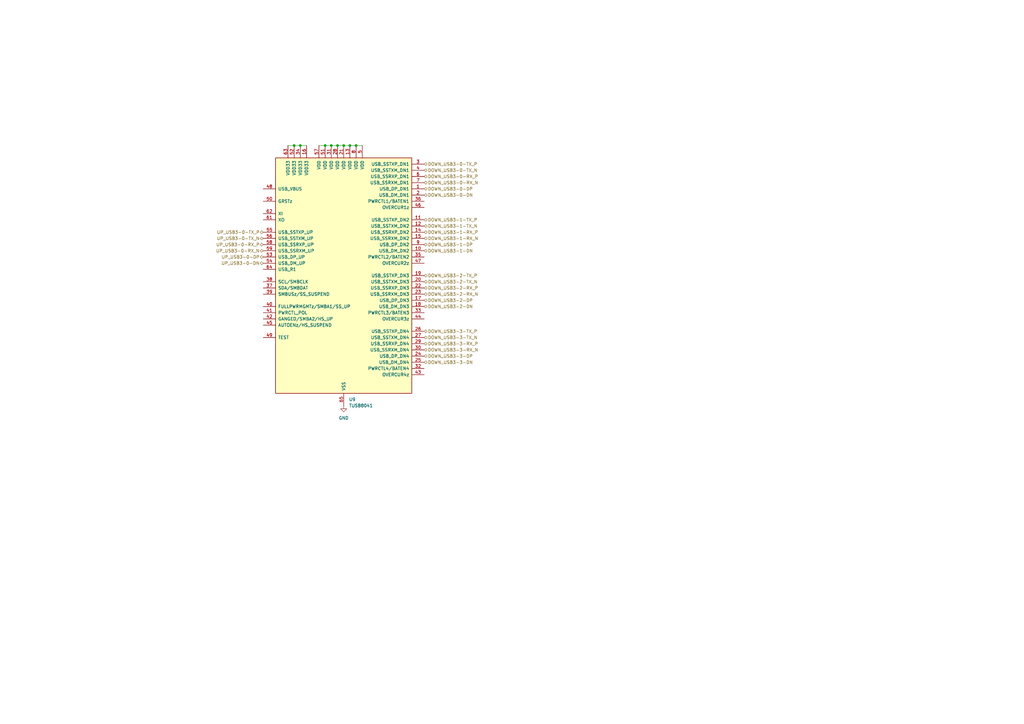
<source format=kicad_sch>
(kicad_sch (version 20250114) (generator "eeschema") (generator_version "9.0")
  (paper "A3")
  (lib_symbols
    (symbol "Interface_USB:TUSB8041" (pin_names (offset 1.016))
      (property "Reference" "U" (at 15.24 53.34 0))
      (property "Value" "TUSB8041" (at 15.24 50.8 0))
      (symbol "TUSB8041_0_1"
        (rectangle (start -27.94 48.26) (end 27.94 -48.26) (stroke (width 0.254)) (fill (type background)))
      )
      (symbol "TUSB8041_1_1"
        (pin input line (at -33.02 35.56 0) (length 5.08) (name "USB_VBUS") (number "48"))
        (pin input line (at -33.02 30.48 0) (length 5.08) (name "GRSTz") (number "50"))
        (pin input line (at -33.02 25.4 0) (length 5.08) (name "XI") (number "62"))
        (pin output line (at -33.02 22.86 0) (length 5.08) (name "XO") (number "61"))
        (pin output line (at -33.02 17.78 0) (length 5.08) (name "USB_SSTXP_UP") (number "55"))
        (pin output line (at -33.02 15.24 0) (length 5.08) (name "USB_SSTXM_UP") (number "56"))
        (pin input line (at -33.02 12.7 0) (length 5.08) (name "USB_SSRXP_UP") (number "58"))
        (pin input line (at -33.02 10.16 0) (length 5.08) (name "USB_SSRXM_UP") (number "59"))
        (pin bidirectional line (at -33.02 7.62 0) (length 5.08) (name "USB_DP_UP") (number "53"))
        (pin bidirectional line (at -33.02 5.08 0) (length 5.08) (name "USB_DM_UP") (number "54"))
        (pin input line (at -33.02 2.54 0) (length 5.08) (name "USB_R1") (number "64"))
        (pin bidirectional line (at -33.02 -2.54 0) (length 5.08) (name "SCL/SMBCLK") (number "38"))
        (pin bidirectional line (at -33.02 -5.08 0) (length 5.08) (name "SDA/SMBDAT") (number "37"))
        (pin bidirectional line (at -33.02 -7.62 0) (length 5.08) (name "SMBUSz/SS_SUSPEND") (number "39"))
        (pin bidirectional line (at -33.02 -12.7 0) (length 5.08) (name "FULLPWRMGMTz/SMBA1/SS_UP") (number "40"))
        (pin bidirectional line (at -33.02 -15.24 0) (length 5.08) (name "PWRCTL_POL") (number "41"))
        (pin bidirectional line (at -33.02 -17.78 0) (length 5.08) (name "GANGED/SMBA2/HS_UP") (number "42"))
        (pin bidirectional line (at -33.02 -20.32 0) (length 5.08) (name "AUTOENz/HS_SUSPEND") (number "45"))
        (pin input line (at -33.02 -25.4 0) (length 5.08) (name "TEST") (number "49"))
        (pin power_in line (at -22.86 53.34 270) (length 5.08) (name "VDD33") (number "63"))
        (pin power_in line (at -20.32 53.34 270) (length 5.08) (name "VDD33") (number "52"))
        (pin power_in line (at -17.78 53.34 270) (length 5.08) (name "VDD33") (number "34"))
        (pin power_in line (at -15.24 53.34 270) (length 5.08) (name "VDD33") (number "16"))
        (pin power_in line (at -10.16 53.34 270) (length 5.08) (name "VDD") (number "57"))
        (pin power_in line (at -7.62 53.34 270) (length 5.08) (name "VDD") (number "51"))
        (pin power_in line (at -5.08 53.34 270) (length 5.08) (name "VDD") (number "31"))
        (pin power_in line (at -2.54 53.34 270) (length 5.08) (name "VDD") (number "28"))
        (pin power_in line (at 0 53.34 270) (length 5.08) (name "VDD") (number "21"))
        (pin power_in line (at 0 -53.34 90) (length 5.08) (name "VSS") (number "65"))
        (pin power_in line (at 2.54 53.34 270) (length 5.08) (name "VDD") (number "13"))
        (pin power_in line (at 5.08 53.34 270) (length 5.08) (name "VDD") (number "8"))
        (pin power_in line (at 7.62 53.34 270) (length 5.08) (name "VDD") (number "5"))
        (pin no_connect line (at 27.94 -45.72 180) (length 5.08) (hide yes) (name "NC") (number "60"))
        (pin output line (at 33.02 45.72 180) (length 5.08) (name "USB_SSTXP_DN1") (number "3"))
        (pin output line (at 33.02 43.18 180) (length 5.08) (name "USB_SSTXM_DN1") (number "4"))
        (pin input line (at 33.02 40.64 180) (length 5.08) (name "USB_SSRXP_DN1") (number "6"))
        (pin input line (at 33.02 38.1 180) (length 5.08) (name "USB_SSRXM_DN1") (number "7"))
        (pin bidirectional line (at 33.02 35.56 180) (length 5.08) (name "USB_DP_DN1") (number "1"))
        (pin bidirectional line (at 33.02 33.02 180) (length 5.08) (name "USB_DM_DN1") (number "2"))
        (pin bidirectional line (at 33.02 30.48 180) (length 5.08) (name "PWRCTL1/BATEN1") (number "36"))
        (pin input line (at 33.02 27.94 180) (length 5.08) (name "OVERCUR1z") (number "46"))
        (pin output line (at 33.02 22.86 180) (length 5.08) (name "USB_SSTXP_DN2") (number "11"))
        (pin output line (at 33.02 20.32 180) (length 5.08) (name "USB_SSTXM_DN2") (number "12"))
        (pin input line (at 33.02 17.78 180) (length 5.08) (name "USB_SSRXP_DN2") (number "14"))
        (pin input line (at 33.02 15.24 180) (length 5.08) (name "USB_SSRXM_DN2") (number "15"))
        (pin bidirectional line (at 33.02 12.7 180) (length 5.08) (name "USB_DP_DN2") (number "9"))
        (pin bidirectional line (at 33.02 10.16 180) (length 5.08) (name "USB_DM_DN2") (number "10"))
        (pin bidirectional line (at 33.02 7.62 180) (length 5.08) (name "PWRCTL2/BATEN2") (number "35"))
        (pin input line (at 33.02 5.08 180) (length 5.08) (name "OVERCUR2z") (number "47"))
        (pin output line (at 33.02 0 180) (length 5.08) (name "USB_SSTXP_DN3") (number "19"))
        (pin output line (at 33.02 -2.54 180) (length 5.08) (name "USB_SSTXM_DN3") (number "20"))
        (pin input line (at 33.02 -5.08 180) (length 5.08) (name "USB_SSRXP_DN3") (number "22"))
        (pin input line (at 33.02 -7.62 180) (length 5.08) (name "USB_SSRXM_DN3") (number "23"))
        (pin bidirectional line (at 33.02 -10.16 180) (length 5.08) (name "USB_DP_DN3") (number "17"))
        (pin bidirectional line (at 33.02 -12.7 180) (length 5.08) (name "USB_DM_DN3") (number "18"))
        (pin bidirectional line (at 33.02 -15.24 180) (length 5.08) (name "PWRCTL3/BATEN3") (number "33"))
        (pin input line (at 33.02 -17.78 180) (length 5.08) (name "OVERCUR3z") (number "44"))
        (pin output line (at 33.02 -22.86 180) (length 5.08) (name "USB_SSTXP_DN4") (number "26"))
        (pin output line (at 33.02 -25.4 180) (length 5.08) (name "USB_SSTXM_DN4") (number "27"))
        (pin input line (at 33.02 -27.94 180) (length 5.08) (name "USB_SSRXP_DN4") (number "29"))
        (pin input line (at 33.02 -30.48 180) (length 5.08) (name "USB_SSRXM_DN4") (number "30"))
        (pin bidirectional line (at 33.02 -33.02 180) (length 5.08) (name "USB_DP_DN4") (number "24"))
        (pin bidirectional line (at 33.02 -35.56 180) (length 5.08) (name "USB_DM_DN4") (number "25"))
        (pin bidirectional line (at 33.02 -38.1 180) (length 5.08) (name "PWRCTL4/BATEN4") (number "32"))
        (pin input line (at 33.02 -40.64 180) (length 5.08) (name "OVERCUR4z") (number "43"))
      )
    )
    (symbol "power:GND" (power) (pin_numbers (hide yes)) (pin_names (offset 0) (hide yes))
      (property "Value" "GND" (at 0 -3.81 0))
      (symbol "GND_0_1"
        (polyline (pts (xy 0 0) (xy 0 -1.27) (xy 1.27 -1.27) (xy 0 -2.54) (xy -1.27 -1.27) (xy 0 -1.27)))
      )
      (symbol "GND_1_1"
        (pin power_in line (at 0 0 270) (length 0) (name "~") (number "1"))
      )
    )
  )
  (junction (at 140.97 59.69))
  (junction (at 120.65 59.69))
  (junction (at 135.89 59.69))
  (junction (at 138.43 59.69))
  (junction (at 143.51 59.69))
  (junction (at 123.19 59.69))
  (junction (at 133.35 59.69))
  (junction (at 146.05 59.69))
  (wire (pts (xy 146.05 59.69) (xy 148.59 59.69)))
  (wire (pts (xy 130.81 59.69) (xy 133.35 59.69)))
  (wire (pts (xy 135.89 59.69) (xy 138.43 59.69)))
  (wire (pts (xy 140.97 59.69) (xy 143.51 59.69)))
  (wire (pts (xy 143.51 59.69) (xy 146.05 59.69)))
  (wire (pts (xy 123.19 59.69) (xy 125.73 59.69)))
  (wire (pts (xy 133.35 59.69) (xy 135.89 59.69)))
  (wire (pts (xy 138.43 59.69) (xy 140.97 59.69)))
  (wire (pts (xy 118.11 59.69) (xy 120.65 59.69)))
  (wire (pts (xy 120.65 59.69) (xy 123.19 59.69)))
  (hierarchical_label "DOWN_USB3-3-RX_N" (shape bidirectional) (at 173.99 143.51 0))
  (hierarchical_label "UP_USB3-0-RX_N" (shape bidirectional) (at 107.95 102.87 180))
  (hierarchical_label "DOWN_USB3-2-TX_P" (shape bidirectional) (at 173.99 113.03 0))
  (hierarchical_label "DOWN_USB3-0-DN" (shape bidirectional) (at 173.99 80.01 0))
  (hierarchical_label "DOWN_USB3-3-TX_P" (shape bidirectional) (at 173.99 135.89 0))
  (hierarchical_label "DOWN_USB3-0-RX_P" (shape bidirectional) (at 173.99 72.39 0))
  (hierarchical_label "UP_USB3-0-DP" (shape bidirectional) (at 107.95 105.41 180))
  (hierarchical_label "DOWN_USB3-0-TX_P" (shape bidirectional) (at 173.99 67.31 0))
  (hierarchical_label "DOWN_USB3-2-DN" (shape bidirectional) (at 173.99 125.73 0))
  (hierarchical_label "DOWN_USB3-0-TX_N" (shape bidirectional) (at 173.99 69.85 0))
  (hierarchical_label "DOWN_USB3-0-DP" (shape bidirectional) (at 173.99 77.47 0))
  (hierarchical_label "DOWN_USB3-1-TX_P" (shape bidirectional) (at 173.99 90.17 0))
  (hierarchical_label "UP_USB3-0-TX_N" (shape bidirectional) (at 107.95 97.79 180))
  (hierarchical_label "DOWN_USB3-1-DP" (shape bidirectional) (at 173.99 100.33 0))
  (hierarchical_label "DOWN_USB3-1-RX_N" (shape bidirectional) (at 173.99 97.79 0))
  (hierarchical_label "DOWN_USB3-3-DN" (shape bidirectional) (at 173.99 148.59 0))
  (hierarchical_label "DOWN_USB3-1-RX_P" (shape bidirectional) (at 173.99 95.25 0))
  (hierarchical_label "DOWN_USB3-2-RX_P" (shape bidirectional) (at 173.99 118.11 0))
  (hierarchical_label "UP_USB3-0-RX_P" (shape bidirectional) (at 107.95 100.33 180))
  (hierarchical_label "DOWN_USB3-3-TX_N" (shape bidirectional) (at 173.99 138.43 0))
  (hierarchical_label "DOWN_USB3-1-TX_N" (shape bidirectional) (at 173.99 92.71 0))
  (hierarchical_label "DOWN_USB3-3-RX_P" (shape bidirectional) (at 173.99 140.97 0))
  (hierarchical_label "DOWN_USB3-0-RX_N" (shape bidirectional) (at 173.99 74.93 0))
  (hierarchical_label "DOWN_USB3-2-TX_N" (shape bidirectional) (at 173.99 115.57 0))
  (hierarchical_label "UP_USB3-0-TX_P" (shape bidirectional) (at 107.95 95.25 180))
  (hierarchical_label "DOWN_USB3-2-RX_N" (shape bidirectional) (at 173.99 120.65 0))
  (hierarchical_label "DOWN_USB3-1-DN" (shape bidirectional) (at 173.99 102.87 0))
  (hierarchical_label "UP_USB3-0-DN" (shape bidirectional) (at 107.95 107.95 180))
  (hierarchical_label "DOWN_USB3-2-DP" (shape bidirectional) (at 173.99 123.19 0))
  (hierarchical_label "DOWN_USB3-3-DP" (shape bidirectional) (at 173.99 146.05 0))
  (symbol (lib_id "Interface_USB:TUSB8041") (at 140.97 113.03 0) (unit 1)
    (property "Reference" "U9" (at 143.1133 163.83 0) (effects (justify left)))
    (property "Value" "TUSB8041" (at 143.1133 166.37 0) (effects (justify left)))
    (property "Footprint" "Package_DFN_QFN:QFN-64-1EP_9x9mm_P0.5mm_EP6x6mm_ThermalVias" (effects (hide yes)))
    (property "Datasheet" "http://www.ti.com/lit/ds/symlink/tusb8041.pdf" (effects (hide yes)))
    (property "Description" "four port USB 3.0 Hub" (effects (hide yes)))
  )
  (symbol (lib_id "power:GND") (at 140.97 166.37 0) (unit 1)
    (property "Reference" "#PWR052" (effects (hide yes)))
    (property "Value" "GND" (at 140.97 171.45 0))
    (property "Description" "Power symbol creates a global label with name \"GND\" , ground" (effects (hide yes)))
  )
)
</source>
